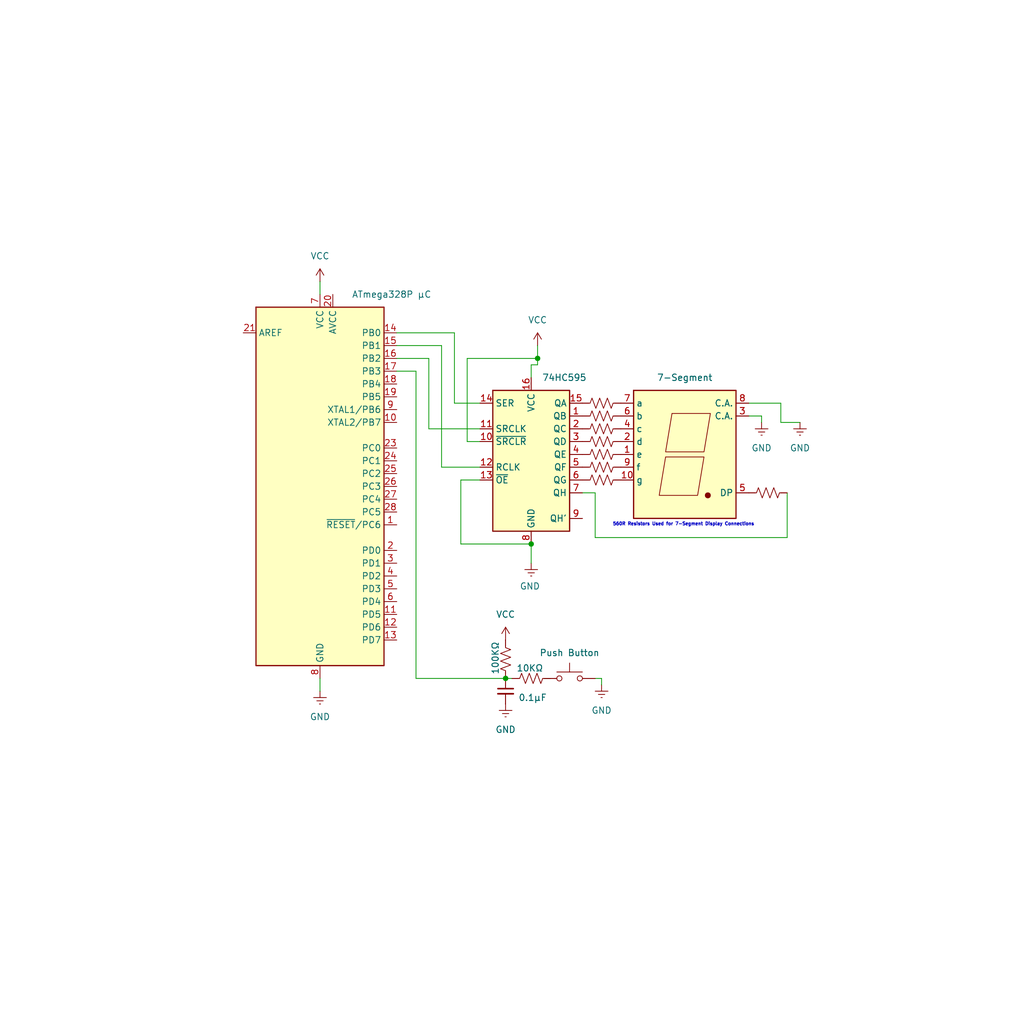
<source format=kicad_sch>
(kicad_sch (version 20250114) (generator "eeschema") (generator_version "9.0")
  (paper "User" 203.2 203.2)
  (title_block (title "7-Segment Display Controlled by Push Button") (date "2/22/2025"))
  (lib_symbols
    (symbol "74xx:74HC595"
      (property "Reference" "U" (at -7.62 13.97 0))
      (property "Value" "74HC595" (at -7.62 -16.51 0))
      (symbol "74HC595_1_0"
        (pin input line (at -10.16 10.16 0) (length 2.54) (name "SER") (number "14"))
        (pin input line (at -10.16 5.08 0) (length 2.54) (name "SRCLK") (number "11"))
        (pin input line (at -10.16 2.54 0) (length 2.54) (name "~{SRCLR}") (number "10"))
        (pin input line (at -10.16 -2.54 0) (length 2.54) (name "RCLK") (number "12"))
        (pin input line (at -10.16 -5.08 0) (length 2.54) (name "~{OE}") (number "13"))
        (pin power_in line (at 0 15.24 270) (length 2.54) (name "VCC") (number "16"))
        (pin power_in line (at 0 -17.78 90) (length 2.54) (name "GND") (number "8"))
        (pin tri_state line (at 10.16 10.16 180) (length 2.54) (name "QA") (number "15"))
        (pin tri_state line (at 10.16 7.62 180) (length 2.54) (name "QB") (number "1"))
        (pin tri_state line (at 10.16 5.08 180) (length 2.54) (name "QC") (number "2"))
        (pin tri_state line (at 10.16 2.54 180) (length 2.54) (name "QD") (number "3"))
        (pin tri_state line (at 10.16 0 180) (length 2.54) (name "QE") (number "4"))
        (pin tri_state line (at 10.16 -2.54 180) (length 2.54) (name "QF") (number "5"))
        (pin tri_state line (at 10.16 -5.08 180) (length 2.54) (name "QG") (number "6"))
        (pin tri_state line (at 10.16 -7.62 180) (length 2.54) (name "QH") (number "7"))
        (pin output line (at 10.16 -12.7 180) (length 2.54) (name "QH'") (number "9"))
      )
      (symbol "74HC595_1_1"
        (rectangle (start -7.62 12.7) (end 7.62 -15.24) (stroke (width 0.254)) (fill (type background)))
      )
    )
    (symbol "Device:C_Small" (pin_numbers (hide yes)) (pin_names (offset 0.254) (hide yes))
      (property "Reference" "C" (at 0.254 1.778 0))
      (property "Value" "C_Small" (at 0.254 -2.032 0))
      (symbol "C_Small_0_1"
        (polyline (pts (xy -1.524 0.508) (xy 1.524 0.508)) (stroke (width 0.3048)))
        (polyline (pts (xy -1.524 -0.508) (xy 1.524 -0.508)) (stroke (width 0.3302)))
      )
      (symbol "C_Small_1_1"
        (pin passive line (at 0 2.54 270) (length 2.032) (name "~") (number "1"))
        (pin passive line (at 0 -2.54 90) (length 2.032) (name "~") (number "2"))
      )
    )
    (symbol "Device:R_US" (pin_numbers (hide yes)) (pin_names (offset 0))
      (property "Reference" "R" (at 2.54 0 90))
      (property "Value" "R_US" (at -2.54 0 90))
      (symbol "R_US_0_1"
        (polyline (pts (xy 0 2.286) (xy 0 2.54)))
        (polyline (pts (xy 0 2.286) (xy 1.016 1.905) (xy 0 1.524) (xy -1.016 1.143) (xy 0 0.762)))
        (polyline (pts (xy 0 0.762) (xy 1.016 0.381) (xy 0 0) (xy -1.016 -0.381) (xy 0 -0.762)))
        (polyline (pts (xy 0 -0.762) (xy 1.016 -1.143) (xy 0 -1.524) (xy -1.016 -1.905) (xy 0 -2.286)))
        (polyline (pts (xy 0 -2.286) (xy 0 -2.54)))
      )
      (symbol "R_US_1_1"
        (pin passive line (at 0 3.81 270) (length 1.27) (name "~") (number "1"))
        (pin passive line (at 0 -3.81 90) (length 1.27) (name "~") (number "2"))
      )
    )
    (symbol "Display_Character:LTS-6960HR"
      (property "Reference" "AFF" (at -7.874 13.97 0))
      (property "Value" "LTS-6960HR" (at -2.032 13.97 0))
      (symbol "LTS-6960HR_0_1"
        (rectangle (start -10.16 12.7) (end 10.16 -12.7) (stroke (width 0.254)) (fill (type background)))
        (polyline (pts (xy -3.81 -0.508) (xy 3.81 -0.508) (xy 2.54 -8.128) (xy -5.08 -8.128) (xy -3.81 -0.508) (xy -3.81 -0.508)))
        (polyline (pts (xy -2.54 8.128) (xy 5.08 8.128) (xy 3.81 0.508) (xy -3.81 0.508) (xy -2.54 8.128) (xy -2.54 8.128)))
        (circle (center 4.572 -8.128) (radius 0.508) (fill (type outline)))
      )
      (symbol "LTS-6960HR_1_1"
        (pin passive line (at -12.7 10.16 0) (length 2.54) (name "a") (number "7"))
        (pin passive line (at -12.7 7.62 0) (length 2.54) (name "b") (number "6"))
        (pin passive line (at -12.7 5.08 0) (length 2.54) (name "c") (number "4"))
        (pin passive line (at -12.7 2.54 0) (length 2.54) (name "d") (number "2"))
        (pin passive line (at -12.7 0 0) (length 2.54) (name "e") (number "1"))
        (pin passive line (at -12.7 -2.54 0) (length 2.54) (name "f") (number "9"))
        (pin passive line (at -12.7 -5.08 0) (length 2.54) (name "g") (number "10"))
        (pin passive line (at 12.7 10.16 180) (length 2.54) (name "C.A.") (number "8"))
        (pin passive line (at 12.7 7.62 180) (length 2.54) (name "C.A.") (number "3"))
        (pin passive line (at 12.7 -7.62 180) (length 2.54) (name "DP") (number "5"))
      )
    )
    (symbol "MCU_Microchip_ATmega:ATmega328P-P"
      (property "Reference" "U" (at -12.7 36.83 0))
      (property "Value" "ATmega328P-P" (at 2.54 -36.83 0))
      (symbol "ATmega328P-P_0_1"
        (rectangle (start -12.7 -35.56) (end 12.7 35.56) (stroke (width 0.254)) (fill (type background)))
      )
      (symbol "ATmega328P-P_1_1"
        (pin passive line (at -15.24 30.48 0) (length 2.54) (name "AREF") (number "21"))
        (pin power_in line (at 0 38.1 270) (length 2.54) (name "VCC") (number "7"))
        (pin passive line (at 0 -38.1 90) (length 2.54) (hide yes) (name "GND") (number "22"))
        (pin power_in line (at 0 -38.1 90) (length 2.54) (name "GND") (number "8"))
        (pin power_in line (at 2.54 38.1 270) (length 2.54) (name "AVCC") (number "20"))
        (pin bidirectional line (at 15.24 30.48 180) (length 2.54) (name "PB0") (number "14"))
        (pin bidirectional line (at 15.24 27.94 180) (length 2.54) (name "PB1") (number "15"))
        (pin bidirectional line (at 15.24 25.4 180) (length 2.54) (name "PB2") (number "16"))
        (pin bidirectional line (at 15.24 22.86 180) (length 2.54) (name "PB3") (number "17"))
        (pin bidirectional line (at 15.24 20.32 180) (length 2.54) (name "PB4") (number "18"))
        (pin bidirectional line (at 15.24 17.78 180) (length 2.54) (name "PB5") (number "19"))
        (pin bidirectional line (at 15.24 15.24 180) (length 2.54) (name "XTAL1/PB6") (number "9"))
        (pin bidirectional line (at 15.24 12.7 180) (length 2.54) (name "XTAL2/PB7") (number "10"))
        (pin bidirectional line (at 15.24 7.62 180) (length 2.54) (name "PC0") (number "23"))
        (pin bidirectional line (at 15.24 5.08 180) (length 2.54) (name "PC1") (number "24"))
        (pin bidirectional line (at 15.24 2.54 180) (length 2.54) (name "PC2") (number "25"))
        (pin bidirectional line (at 15.24 0 180) (length 2.54) (name "PC3") (number "26"))
        (pin bidirectional line (at 15.24 -2.54 180) (length 2.54) (name "PC4") (number "27"))
        (pin bidirectional line (at 15.24 -5.08 180) (length 2.54) (name "PC5") (number "28"))
        (pin bidirectional line (at 15.24 -7.62 180) (length 2.54) (name "~{RESET}/PC6") (number "1"))
        (pin bidirectional line (at 15.24 -12.7 180) (length 2.54) (name "PD0") (number "2"))
        (pin bidirectional line (at 15.24 -15.24 180) (length 2.54) (name "PD1") (number "3"))
        (pin bidirectional line (at 15.24 -17.78 180) (length 2.54) (name "PD2") (number "4"))
        (pin bidirectional line (at 15.24 -20.32 180) (length 2.54) (name "PD3") (number "5"))
        (pin bidirectional line (at 15.24 -22.86 180) (length 2.54) (name "PD4") (number "6"))
        (pin bidirectional line (at 15.24 -25.4 180) (length 2.54) (name "PD5") (number "11"))
        (pin bidirectional line (at 15.24 -27.94 180) (length 2.54) (name "PD6") (number "12"))
        (pin bidirectional line (at 15.24 -30.48 180) (length 2.54) (name "PD7") (number "13"))
      )
    )
    (symbol "Switch:SW_Push" (pin_numbers (hide yes)) (pin_names (offset 1.016) (hide yes))
      (property "Reference" "SW" (at 1.27 2.54 0))
      (property "Value" "SW_Push" (at 0 -1.524 0))
      (symbol "SW_Push_0_1"
        (circle (center -2.032 0) (radius 0.508))
        (polyline (pts (xy 0 1.27) (xy 0 3.048)))
        (circle (center 2.032 0) (radius 0.508))
        (polyline (pts (xy 2.54 1.27) (xy -2.54 1.27)))
        (pin passive line (at -5.08 0 0) (length 2.54) (name "1") (number "1"))
        (pin passive line (at 5.08 0 180) (length 2.54) (name "2") (number "2"))
      )
    )
    (symbol "power:Earth" (power) (pin_numbers (hide yes)) (pin_names (offset 0) (hide yes))
      (property "Value" "Earth" (at 0 -3.81 0))
      (symbol "Earth_0_1"
        (polyline (pts (xy -0.635 -1.905) (xy 0.635 -1.905)))
        (polyline (pts (xy -0.127 -2.54) (xy 0.127 -2.54)))
        (polyline (pts (xy 0 -1.27) (xy 0 0)))
        (polyline (pts (xy 1.27 -1.27) (xy -1.27 -1.27)))
      )
      (symbol "Earth_1_1"
        (pin power_in line (at 0 0 270) (length 0) (name "~") (number "1"))
      )
    )
    (symbol "power:VCC" (power) (pin_numbers (hide yes)) (pin_names (offset 0) (hide yes))
      (property "Value" "VCC" (at 0 3.556 0))
      (symbol "VCC_0_1"
        (polyline (pts (xy -0.762 1.27) (xy 0 2.54)))
        (polyline (pts (xy 0 2.54) (xy 0.762 1.27)))
        (polyline (pts (xy 0 0) (xy 0 2.54)))
      )
      (symbol "VCC_1_1"
        (pin power_in line (at 0 0 90) (length 0) (name "~") (number "1"))
      )
    )
  )
  (text "560R Resistors Used for 7-Segment Display Connections" (at 135.636 104.14 0) (effects (font (size 0.635 0.635))))
  (junction (at 100.33 134.62))
  (junction (at 106.68 71.12))
  (junction (at 105.41 107.95))
  (wire (pts (xy 87.63 68.58) (xy 87.63 92.71)))
  (wire (pts (xy 91.44 95.25) (xy 95.25 95.25)))
  (wire (pts (xy 78.74 66.04) (xy 90.17 66.04)))
  (wire (pts (xy 82.55 134.62) (xy 100.33 134.62)))
  (wire (pts (xy 87.63 92.71) (xy 95.25 92.71)))
  (wire (pts (xy 90.17 66.04) (xy 90.17 80.01)))
  (wire (pts (xy 90.17 80.01) (xy 95.25 80.01)))
  (wire (pts (xy 78.74 68.58) (xy 87.63 68.58)))
  (wire (pts (xy 119.38 134.62) (xy 118.11 134.62)))
  (wire (pts (xy 106.68 71.12) (xy 92.71 71.12)))
  (wire (pts (xy 151.13 82.55) (xy 151.13 83.82)))
  (wire (pts (xy 63.5 134.62) (xy 63.5 137.16)))
  (wire (pts (xy 92.71 71.12) (xy 92.71 87.63)))
  (wire (pts (xy 148.59 80.01) (xy 154.94 80.01)))
  (wire (pts (xy 91.44 107.95) (xy 105.41 107.95)))
  (wire (pts (xy 154.94 83.82) (xy 158.75 83.82)))
  (wire (pts (xy 85.09 85.09) (xy 95.25 85.09)))
  (wire (pts (xy 105.41 107.95) (xy 105.41 111.76)))
  (wire (pts (xy 78.74 71.12) (xy 85.09 71.12)))
  (wire (pts (xy 148.59 82.55) (xy 151.13 82.55)))
  (wire (pts (xy 118.11 97.79) (xy 118.11 106.68)))
  (wire (pts (xy 154.94 80.01) (xy 154.94 83.82)))
  (wire (pts (xy 156.21 106.68) (xy 156.21 97.79)))
  (wire (pts (xy 115.57 97.79) (xy 118.11 97.79)))
  (wire (pts (xy 85.09 71.12) (xy 85.09 85.09)))
  (wire (pts (xy 92.71 87.63) (xy 95.25 87.63)))
  (wire (pts (xy 82.55 73.66) (xy 82.55 134.62)))
  (wire (pts (xy 118.11 106.68) (xy 156.21 106.68)))
  (wire (pts (xy 91.44 107.95) (xy 91.44 95.25)))
  (wire (pts (xy 101.6 134.62) (xy 100.33 134.62)))
  (wire (pts (xy 109.22 134.62) (xy 107.95 134.62)))
  (wire (pts (xy 105.41 72.39) (xy 106.68 72.39)))
  (wire (pts (xy 106.68 68.58) (xy 106.68 71.12)))
  (wire (pts (xy 63.5 55.88) (xy 63.5 58.42)))
  (wire (pts (xy 78.74 73.66) (xy 82.55 73.66)))
  (wire (pts (xy 119.38 135.89) (xy 119.38 134.62)))
  (wire (pts (xy 106.68 72.39) (xy 106.68 71.12)))
  (wire (pts (xy 105.41 74.93) (xy 105.41 72.39)))
  (symbol (lib_id "Switch:SW_Push") (at 113.03 134.62 0) (unit 1)
    (property "Reference" "SW1" (effects (hide yes)))
    (property "Value" "Push Button" (at 113.03 129.54 0))
    (property "Description" "Push button switch, generic, two pins" (effects (hide yes)))
  )
  (symbol (lib_id "power:VCC") (at 100.33 127 0) (unit 1)
    (property "Reference" "#PWR03" (effects (hide yes)))
    (property "Value" "VCC" (at 100.33 121.92 0))
    (property "Description" "Power symbol creates a global label with name \"VCC\"" (effects (hide yes)))
  )
  (symbol (lib_id "power:Earth") (at 158.75 83.82 0) (unit 1)
    (property "Reference" "#PWR05" (effects (hide yes)))
    (property "Value" "GND" (at 158.75 88.9 0))
    (property "Description" "Power symbol creates a global label with name \"Earth\"" (effects (hide yes)))
  )
  (symbol (lib_id "Device:R_US") (at 119.38 87.63 270) (unit 1)
    (property "Reference" "R6" (effects (hide yes)))
    (property "Value" "10K" (effects (hide yes)))
    (property "Description" "Resistor, US symbol" (effects (hide yes)))
  )
  (symbol (lib_id "power:Earth") (at 105.41 111.76 0) (unit 1)
    (property "Reference" "#PWR06" (effects (hide yes)))
    (property "Value" "GND" (at 105.156 116.332 0))
    (property "Description" "Power symbol creates a global label with name \"Earth\"" (effects (hide yes)))
  )
  (symbol (lib_id "Device:R_US") (at 119.38 85.09 270) (unit 1)
    (property "Reference" "R5" (effects (hide yes)))
    (property "Value" "10K" (effects (hide yes)))
    (property "Description" "Resistor, US symbol" (effects (hide yes)))
  )
  (symbol (lib_id "Device:R_US") (at 119.38 80.01 270) (unit 1)
    (property "Reference" "R3" (effects (hide yes)))
    (property "Value" "10K" (effects (hide yes)))
    (property "Description" "Resistor, US symbol" (effects (hide yes)))
  )
  (symbol (lib_id "power:VCC") (at 106.68 68.58 0) (unit 1)
    (property "Reference" "#PWR07" (effects (hide yes)))
    (property "Value" "VCC" (at 106.68 63.5 0))
    (property "Description" "Power symbol creates a global label with name \"VCC\"" (effects (hide yes)))
  )
  (symbol (lib_id "Device:R_US") (at 119.38 90.17 270) (unit 1)
    (property "Reference" "R7" (effects (hide yes)))
    (property "Value" "10K" (effects (hide yes)))
    (property "Description" "Resistor, US symbol" (effects (hide yes)))
  )
  (symbol (lib_id "power:Earth") (at 119.38 135.89 0) (unit 1)
    (property "Reference" "#PWR02" (effects (hide yes)))
    (property "Value" "GND" (at 119.38 140.97 0))
    (property "Description" "Power symbol creates a global label with name \"Earth\"" (effects (hide yes)))
  )
  (symbol (lib_id "Device:R_US") (at 119.38 95.25 270) (unit 1)
    (property "Reference" "R9" (effects (hide yes)))
    (property "Value" "10K" (effects (hide yes)))
    (property "Description" "Resistor, US symbol" (effects (hide yes)))
  )
  (symbol (lib_id "Device:R_US") (at 119.38 82.55 270) (unit 1)
    (property "Reference" "R4" (effects (hide yes)))
    (property "Value" "10K" (effects (hide yes)))
    (property "Description" "Resistor, US symbol" (effects (hide yes)))
  )
  (symbol (lib_id "MCU_Microchip_ATmega:ATmega328P-P") (at 63.5 96.52 0) (unit 1)
    (property "Reference" "U2" (effects (hide yes)))
    (property "Value" "ATmega328P µC" (at 77.724 58.42 0))
    (property "Footprint" "Package_DIP:DIP-28_W7.62mm" (effects (hide yes)))
    (property "Datasheet" "http://ww1.microchip.com/downloads/en/DeviceDoc/ATmega328_P%20AVR%20MCU%20with%20picoPower%20Technology%20Data%20Sheet%2040001984A.pdf" (effects (hide yes)))
    (property "Description" "20MHz, 32kB Flash, 2kB SRAM, 1kB EEPROM, DIP-28" (effects (hide yes)))
  )
  (symbol (lib_id "power:VCC") (at 63.5 55.88 0) (unit 1)
    (property "Reference" "#PWR09" (effects (hide yes)))
    (property "Value" "VCC" (at 63.5 50.8 0))
    (property "Description" "Power symbol creates a global label with name \"VCC\"" (effects (hide yes)))
  )
  (symbol (lib_id "Device:R_US") (at 100.33 130.81 0) (unit 1)
    (property "Reference" "R2" (effects (hide yes)))
    (property "Value" "100KΩ" (at 98.298 133.858 90) (effects (justify left)))
    (property "Description" "Resistor, US symbol" (effects (hide yes)))
  )
  (symbol (lib_id "Device:R_US") (at 119.38 92.71 270) (unit 1)
    (property "Reference" "R8" (effects (hide yes)))
    (property "Value" "10K" (effects (hide yes)))
    (property "Description" "Resistor, US symbol" (effects (hide yes)))
  )
  (symbol (lib_id "Display_Character:LTS-6960HR") (at 135.89 90.17 0) (unit 1)
    (property "Reference" "AFF1" (effects (hide yes)))
    (property "Value" "7-Segment" (at 135.89 74.93 0))
    (property "Footprint" "Display_7Segment:7SegmentLED_LTS6760_LTS6780" (effects (hide yes)))
    (property "Datasheet" "https://datasheet.octopart.com/LTS-6960HR-Lite-On-datasheet-11803242.pdf" (effects (hide yes)))
    (property "Description" "DISPLAY 7 SEGMENTS common A." (effects (hide yes)))
  )
  (symbol (lib_id "Device:R_US") (at 152.4 97.79 270) (unit 1)
    (property "Reference" "R10" (effects (hide yes)))
    (property "Value" "10K" (effects (hide yes)))
    (property "Description" "Resistor, US symbol" (effects (hide yes)))
  )
  (symbol (lib_id "power:Earth") (at 151.13 83.82 0) (unit 1)
    (property "Reference" "#PWR04" (effects (hide yes)))
    (property "Value" "GND" (at 151.13 88.9 0))
    (property "Description" "Power symbol creates a global label with name \"Earth\"" (effects (hide yes)))
  )
  (symbol (lib_id "power:Earth") (at 63.5 137.16 0) (unit 1)
    (property "Reference" "#PWR08" (effects (hide yes)))
    (property "Value" "GND" (at 63.5 142.24 0))
    (property "Description" "Power symbol creates a global label with name \"Earth\"" (effects (hide yes)))
  )
  (symbol (lib_id "Device:R_US") (at 105.41 134.62 270) (unit 1)
    (property "Reference" "R1" (effects (hide yes)))
    (property "Value" "10KΩ" (at 105.156 132.588 90))
    (property "Description" "Resistor, US symbol" (effects (hide yes)))
  )
  (symbol (lib_id "Device:C_Small") (at 100.33 137.16 0) (unit 1)
    (property "Reference" "C1" (effects (hide yes)))
    (property "Value" "0.1µF" (at 102.87 138.4362 0) (effects (justify left)))
    (property "Description" "Unpolarized capacitor, small symbol" (effects (hide yes)))
  )
  (symbol (lib_id "74xx:74HC595") (at 105.41 90.17 0) (unit 1)
    (property "Reference" "U1" (effects (hide yes)))
    (property "Value" "74HC595" (at 107.5533 74.93 0) (effects (justify left)))
    (property "Datasheet" "http://www.ti.com/lit/ds/symlink/sn74hc595.pdf" (effects (hide yes)))
    (property "Description" "8-bit serial in/out Shift Register 3-State Outputs" (effects (hide yes)))
  )
  (symbol (lib_id "power:Earth") (at 100.33 139.7 0) (unit 1)
    (property "Reference" "#PWR01" (effects (hide yes)))
    (property "Value" "GND" (at 100.33 144.78 0))
    (property "Description" "Power symbol creates a global label with name \"Earth\"" (effects (hide yes)))
  )
)
</source>
